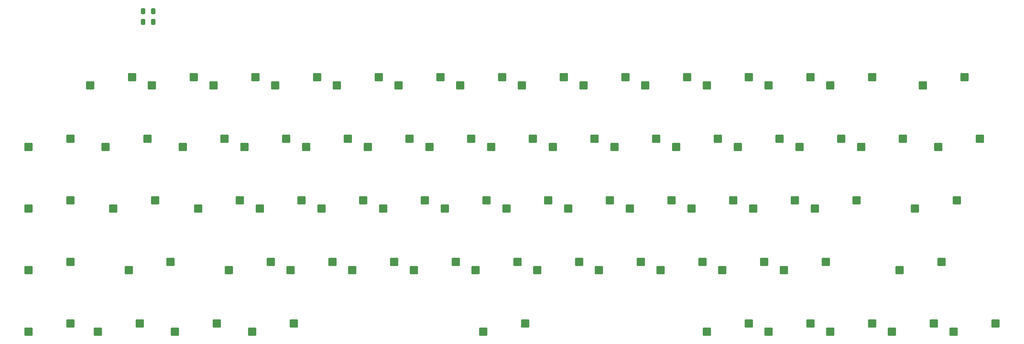
<source format=gbp>
G04 #@! TF.GenerationSoftware,KiCad,Pcbnew,7.0.7*
G04 #@! TF.CreationDate,2023-09-04T13:55:47-04:00*
G04 #@! TF.ProjectId,MainBoard,4d61696e-426f-4617-9264-2e6b69636164,rev?*
G04 #@! TF.SameCoordinates,Original*
G04 #@! TF.FileFunction,Paste,Bot*
G04 #@! TF.FilePolarity,Positive*
%FSLAX46Y46*%
G04 Gerber Fmt 4.6, Leading zero omitted, Abs format (unit mm)*
G04 Created by KiCad (PCBNEW 7.0.7) date 2023-09-04 13:55:47*
%MOMM*%
%LPD*%
G01*
G04 APERTURE LIST*
G04 Aperture macros list*
%AMRoundRect*
0 Rectangle with rounded corners*
0 $1 Rounding radius*
0 $2 $3 $4 $5 $6 $7 $8 $9 X,Y pos of 4 corners*
0 Add a 4 corners polygon primitive as box body*
4,1,4,$2,$3,$4,$5,$6,$7,$8,$9,$2,$3,0*
0 Add four circle primitives for the rounded corners*
1,1,$1+$1,$2,$3*
1,1,$1+$1,$4,$5*
1,1,$1+$1,$6,$7*
1,1,$1+$1,$8,$9*
0 Add four rect primitives between the rounded corners*
20,1,$1+$1,$2,$3,$4,$5,0*
20,1,$1+$1,$4,$5,$6,$7,0*
20,1,$1+$1,$6,$7,$8,$9,0*
20,1,$1+$1,$8,$9,$2,$3,0*%
G04 Aperture macros list end*
%ADD10RoundRect,0.250000X-1.025000X-1.000000X1.025000X-1.000000X1.025000X1.000000X-1.025000X1.000000X0*%
%ADD11RoundRect,0.250000X0.412500X0.650000X-0.412500X0.650000X-0.412500X-0.650000X0.412500X-0.650000X0*%
G04 APERTURE END LIST*
D10*
X133027500Y-85085000D03*
X145954500Y-82545000D03*
X90165000Y-66035000D03*
X103092000Y-63495000D03*
X144933750Y-123185000D03*
X157860750Y-120645000D03*
X171127500Y-85085000D03*
X184054500Y-82545000D03*
X4440000Y-104135000D03*
X17367000Y-101595000D03*
X209227500Y-85085000D03*
X222154500Y-82545000D03*
X213990000Y-46985000D03*
X226917000Y-44445000D03*
X128265000Y-66035000D03*
X141192000Y-63495000D03*
X228277500Y-85085000D03*
X241204500Y-82545000D03*
X185415000Y-66035000D03*
X198342000Y-63495000D03*
X199702500Y-104135000D03*
X212629500Y-101595000D03*
X71115000Y-66035000D03*
X84042000Y-63495000D03*
X109215000Y-66035000D03*
X122142000Y-63495000D03*
X85402500Y-104135000D03*
X98329500Y-101595000D03*
X252090000Y-46985000D03*
X265017000Y-44445000D03*
X261615000Y-66035000D03*
X274542000Y-63495000D03*
X278283750Y-85085000D03*
X291210750Y-82545000D03*
X73496250Y-123185000D03*
X86423250Y-120645000D03*
X213990000Y-123185000D03*
X226917000Y-120645000D03*
X49683750Y-123185000D03*
X62610750Y-120645000D03*
X23490000Y-46985000D03*
X36417000Y-44445000D03*
X252090000Y-123185000D03*
X265017000Y-120645000D03*
X30633750Y-85085000D03*
X43560750Y-82545000D03*
X247327500Y-85085000D03*
X260254500Y-82545000D03*
X271140000Y-123185000D03*
X284067000Y-120645000D03*
X25871249Y-123185000D03*
X38798249Y-120645000D03*
X161602500Y-104135000D03*
X174529500Y-101595000D03*
X118739999Y-46985000D03*
X131666999Y-44445000D03*
X123502500Y-104135000D03*
X136429500Y-101595000D03*
X233040000Y-46985000D03*
X245967000Y-44445000D03*
X52065000Y-66035000D03*
X64992000Y-63495000D03*
X42540000Y-46985000D03*
X55467000Y-44445000D03*
X175890000Y-46985000D03*
X188817000Y-44445000D03*
X237802500Y-104135000D03*
X250729500Y-101595000D03*
X273521250Y-104135000D03*
X286448250Y-101595000D03*
X4440000Y-123185000D03*
X17367000Y-120645000D03*
X4440000Y-85085000D03*
X17367000Y-82545000D03*
X218752500Y-104135000D03*
X231679500Y-101595000D03*
X156840000Y-46985000D03*
X169767000Y-44445000D03*
X285427500Y-66035000D03*
X298354500Y-63495000D03*
X94927500Y-85085000D03*
X107854500Y-82545000D03*
X190177500Y-85085000D03*
X203104500Y-82545000D03*
X233040000Y-123185000D03*
X245967000Y-120645000D03*
X4440000Y-66035000D03*
X17367000Y-63495000D03*
X166365000Y-66035000D03*
X179292000Y-63495000D03*
X290190000Y-123185000D03*
X303117000Y-120645000D03*
X280665000Y-46985000D03*
X293592000Y-44445000D03*
X242565000Y-66035000D03*
X255492000Y-63495000D03*
X56827500Y-85085000D03*
X69754500Y-82545000D03*
X75877500Y-85085000D03*
X88804500Y-82545000D03*
X147315000Y-66035000D03*
X160242000Y-63495000D03*
X61590000Y-46985000D03*
X74517000Y-44445000D03*
X80640000Y-46985000D03*
X93567000Y-44445000D03*
X28252500Y-66035000D03*
X41179500Y-63495000D03*
X99689999Y-46985000D03*
X112616999Y-44445000D03*
X194940000Y-46985000D03*
X207867000Y-44445000D03*
X66352500Y-104135000D03*
X79279500Y-101595000D03*
X35396250Y-104135000D03*
X48323250Y-101595000D03*
X113977500Y-85085000D03*
X126904500Y-82545000D03*
X223515000Y-66035000D03*
X236442000Y-63495000D03*
X137790000Y-46985000D03*
X150717000Y-44445000D03*
X104452500Y-104135000D03*
X117379500Y-101595000D03*
X204465000Y-66035000D03*
X217392000Y-63495000D03*
X180652500Y-104135000D03*
X193579500Y-101595000D03*
X142552500Y-104135000D03*
X155479500Y-101595000D03*
X152077500Y-85085000D03*
X165004500Y-82545000D03*
D11*
X42964500Y-27330400D03*
X39839500Y-27330400D03*
X42964500Y-23980400D03*
X39839500Y-23980400D03*
M02*

</source>
